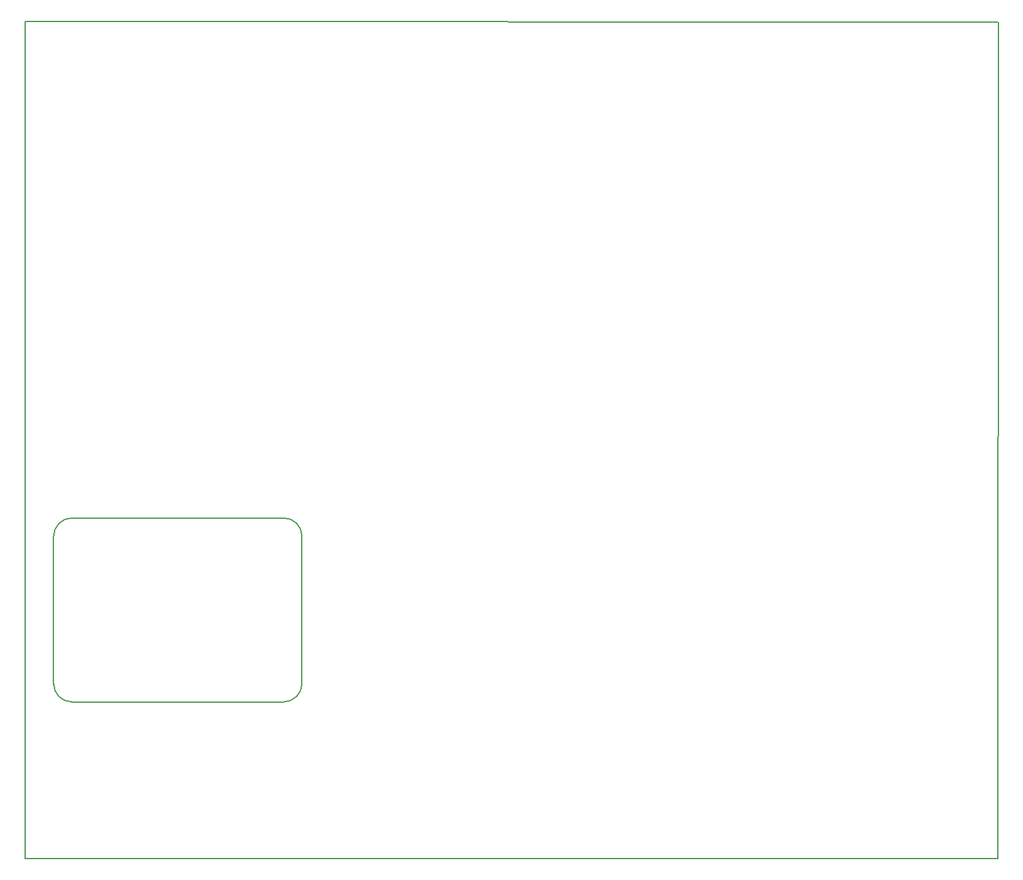
<source format=gbr>
G04 #@! TF.GenerationSoftware,KiCad,Pcbnew,5.0.1-33cea8e~68~ubuntu16.04.1*
G04 #@! TF.CreationDate,2018-10-29T00:17:57-07:00*
G04 #@! TF.ProjectId,integrated-board-design-1,696E74656772617465642D626F617264,rev?*
G04 #@! TF.SameCoordinates,Original*
G04 #@! TF.FileFunction,Profile,NP*
%FSLAX46Y46*%
G04 Gerber Fmt 4.6, Leading zero omitted, Abs format (unit mm)*
G04 Created by KiCad (PCBNEW 5.0.1-33cea8e~68~ubuntu16.04.1) date Mon 29 Oct 2018 12:17:57 AM PDT*
%MOMM*%
%LPD*%
G01*
G04 APERTURE LIST*
%ADD10C,0.150000*%
G04 APERTURE END LIST*
D10*
X58043900Y-142958020D02*
X192350000Y-142975000D01*
X58050000Y-27425000D02*
X58050000Y-142950000D01*
X192319900Y-27469880D02*
X58025000Y-27425000D01*
X192350000Y-142925000D02*
X192400000Y-27525000D01*
X93737015Y-121356309D02*
X64527015Y-121356309D01*
X61987015Y-118816309D02*
G75*
G03X64527015Y-121356309I2540000J0D01*
G01*
X61987015Y-118816309D02*
X61987015Y-98496309D01*
X64527015Y-95956309D02*
G75*
G03X61987015Y-98496309I0J-2540000D01*
G01*
X64527015Y-95956309D02*
X93737015Y-95956309D01*
X96277015Y-98496309D02*
G75*
G03X93737015Y-95956309I-2540000J0D01*
G01*
X96277015Y-98496309D02*
X96277015Y-118816309D01*
X93737015Y-121356309D02*
G75*
G03X96277015Y-118816309I0J2540000D01*
G01*
M02*

</source>
